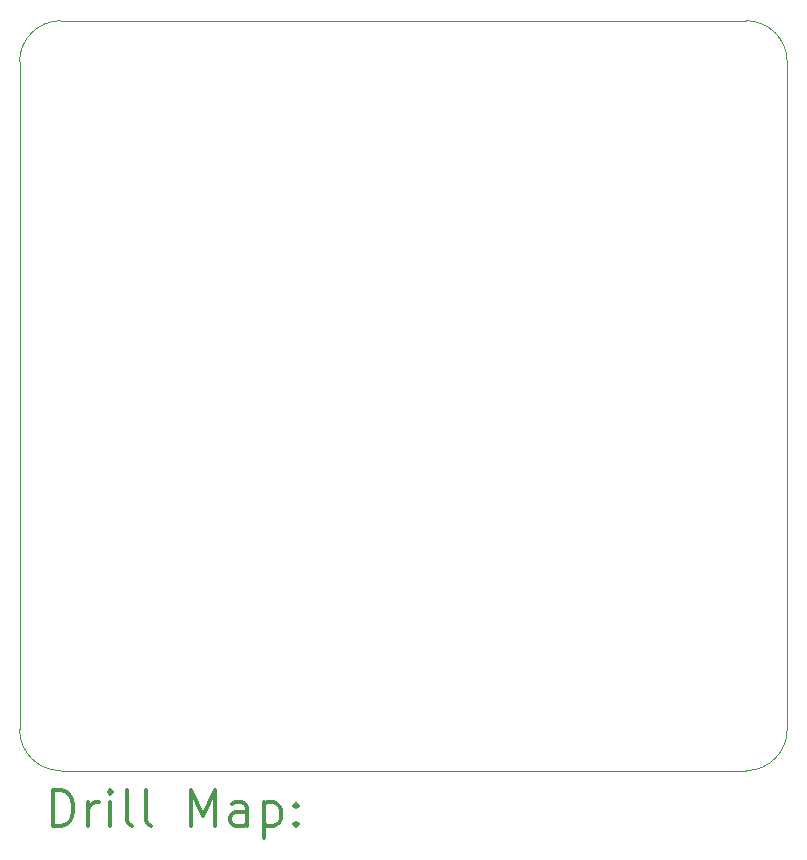
<source format=gbr>
%FSLAX45Y45*%
G04 Gerber Fmt 4.5, Leading zero omitted, Abs format (unit mm)*
G04 Created by KiCad (PCBNEW 5.1.10) date 2021-11-02 21:36:12*
%MOMM*%
%LPD*%
G01*
G04 APERTURE LIST*
%TA.AperFunction,Profile*%
%ADD10C,0.050000*%
%TD*%
%ADD11C,0.200000*%
%ADD12C,0.300000*%
G04 APERTURE END LIST*
D10*
X11530000Y-6850000D02*
X11530000Y-10200000D01*
X5030000Y-6850000D02*
X5030000Y-10200000D01*
X11530000Y-10200000D02*
G75*
G02*
X11180000Y-10550000I-350000J0D01*
G01*
X5380000Y-10550000D02*
G75*
G02*
X5030000Y-10200000I0J350000D01*
G01*
X5030000Y-4550000D02*
G75*
G02*
X5380000Y-4200000I350000J0D01*
G01*
X11180000Y-4200000D02*
G75*
G02*
X11530000Y-4550000I0J-350000D01*
G01*
X11530000Y-6850000D02*
X11530000Y-4550000D01*
X5380000Y-10550000D02*
X11180000Y-10550000D01*
X5030000Y-4550000D02*
X5030000Y-6850000D01*
X5380000Y-4200000D02*
X11180000Y-4200000D01*
D11*
D12*
X5313928Y-11018214D02*
X5313928Y-10718214D01*
X5385357Y-10718214D01*
X5428214Y-10732500D01*
X5456786Y-10761072D01*
X5471071Y-10789643D01*
X5485357Y-10846786D01*
X5485357Y-10889643D01*
X5471071Y-10946786D01*
X5456786Y-10975357D01*
X5428214Y-11003929D01*
X5385357Y-11018214D01*
X5313928Y-11018214D01*
X5613928Y-11018214D02*
X5613928Y-10818214D01*
X5613928Y-10875357D02*
X5628214Y-10846786D01*
X5642500Y-10832500D01*
X5671071Y-10818214D01*
X5699643Y-10818214D01*
X5799643Y-11018214D02*
X5799643Y-10818214D01*
X5799643Y-10718214D02*
X5785357Y-10732500D01*
X5799643Y-10746786D01*
X5813928Y-10732500D01*
X5799643Y-10718214D01*
X5799643Y-10746786D01*
X5985357Y-11018214D02*
X5956786Y-11003929D01*
X5942500Y-10975357D01*
X5942500Y-10718214D01*
X6142500Y-11018214D02*
X6113928Y-11003929D01*
X6099643Y-10975357D01*
X6099643Y-10718214D01*
X6485357Y-11018214D02*
X6485357Y-10718214D01*
X6585357Y-10932500D01*
X6685357Y-10718214D01*
X6685357Y-11018214D01*
X6956786Y-11018214D02*
X6956786Y-10861072D01*
X6942500Y-10832500D01*
X6913928Y-10818214D01*
X6856786Y-10818214D01*
X6828214Y-10832500D01*
X6956786Y-11003929D02*
X6928214Y-11018214D01*
X6856786Y-11018214D01*
X6828214Y-11003929D01*
X6813928Y-10975357D01*
X6813928Y-10946786D01*
X6828214Y-10918214D01*
X6856786Y-10903929D01*
X6928214Y-10903929D01*
X6956786Y-10889643D01*
X7099643Y-10818214D02*
X7099643Y-11118214D01*
X7099643Y-10832500D02*
X7128214Y-10818214D01*
X7185357Y-10818214D01*
X7213928Y-10832500D01*
X7228214Y-10846786D01*
X7242500Y-10875357D01*
X7242500Y-10961072D01*
X7228214Y-10989643D01*
X7213928Y-11003929D01*
X7185357Y-11018214D01*
X7128214Y-11018214D01*
X7099643Y-11003929D01*
X7371071Y-10989643D02*
X7385357Y-11003929D01*
X7371071Y-11018214D01*
X7356786Y-11003929D01*
X7371071Y-10989643D01*
X7371071Y-11018214D01*
X7371071Y-10832500D02*
X7385357Y-10846786D01*
X7371071Y-10861072D01*
X7356786Y-10846786D01*
X7371071Y-10832500D01*
X7371071Y-10861072D01*
M02*

</source>
